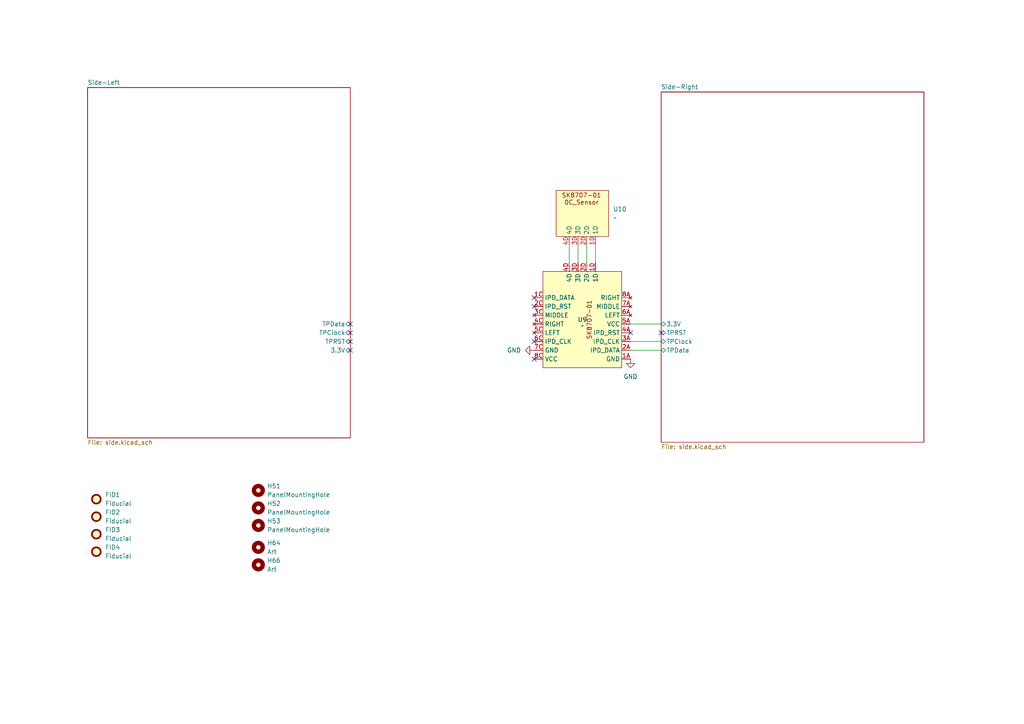
<source format=kicad_sch>
(kicad_sch (version 20250114) (generator "eeschema") (generator_version "9.0")
  (paper "A4")
  (title_block (title "Pipar Point") (date "2025-08-29") (rev "V3") (company "Pipar Keyboards") (comment 1 "Start 2025-08-29"))
  (lib_symbols
    (symbol "Keyboard:SK8707-01"
      (property "Reference" "U" (at 0 0 0))
      (symbol "SK8707-01_1_1"
        (rectangle (start -13.97 11.43) (end 13.97 -11.43) (fill (type color) (color 255 255 194 1)))
        (text "SK8707-01" (at 0 2.032 0) (effects (font (size 1.27 1.27))))
        (pin bidirectional line (at -16.51 3.81 0) (length 2.54) (name "1D") (number "1D"))
        (pin bidirectional line (at -16.51 1.27 0) (length 2.54) (name "2D") (number "2D"))
        (pin bidirectional line (at -16.51 -1.27 0) (length 2.54) (name "3D") (number "3D"))
        (pin bidirectional line (at -16.51 -3.81 0) (length 2.54) (name "4D") (number "4D"))
        (pin no_connect line (at -6.35 13.97 270) (length 2.54) (name "RIGHT") (number "8A"))
        (pin bidirectional line (at -6.35 -13.97 90) (length 2.54) (name "IPD_DATA") (number "1C"))
        (pin no_connect line (at -3.81 13.97 270) (length 2.54) (name "MIDDLE") (number "7A"))
        (pin input line (at -3.81 -13.97 90) (length 2.54) (name "IPD_RST") (number "2C"))
        (pin no_connect line (at -1.27 13.97 270) (length 2.54) (name "LEFT") (number "6A"))
        (pin no_connect line (at -1.27 -13.97 90) (length 2.54) (name "MIDDLE") (number "3C"))
        (pin power_in line (at 1.27 13.97 270) (length 2.54) (name "VCC") (number "5A"))
        (pin no_connect line (at 1.27 -13.97 90) (length 2.54) (name "RIGHT") (number "4C"))
        (pin input line (at 3.81 13.97 270) (length 2.54) (name "IPD_RST") (number "4A"))
        (pin no_connect line (at 3.81 -13.97 90) (length 2.54) (name "LEFT") (number "5C"))
        (pin bidirectional line (at 6.35 13.97 270) (length 2.54) (name "IPD_CLK") (number "3A"))
        (pin bidirectional line (at 6.35 -13.97 90) (length 2.54) (name "IPD_CLK") (number "6C"))
        (pin bidirectional line (at 8.89 13.97 270) (length 2.54) (name "IPD_DATA") (number "2A"))
        (pin power_in line (at 8.89 -13.97 90) (length 2.54) (name "GND") (number "7C"))
        (pin power_in line (at 11.43 13.97 270) (length 2.54) (name "GND") (number "1A"))
        (pin power_in line (at 11.43 -13.97 90) (length 2.54) (name "VCC") (number "8C"))
        (pin no_connect line (at 16.51 0 180) (length 2.54) (hide yes) (name "") (number "1"))
      )
    )
    (symbol "Keyboard:SK8707-01-0C_Sensor"
      (property "Reference" "U" (at 0 0 0))
      (symbol "SK8707-01-0C_Sensor_1_1"
        (rectangle (start -7.62 6.985) (end 7.62 -6.35) (fill (type color) (color 255 255 194 1)))
        (text "SK8707-01\n0C_Sensor" (at -0.254 4.572 0) (effects (font (size 1.27 1.27))))
        (pin bidirectional line (at -3.81 -8.89 90) (length 2.54) (name "4D") (number "4D"))
        (pin bidirectional line (at -1.27 -8.89 90) (length 2.54) (name "3D") (number "3D"))
        (pin bidirectional line (at 1.27 -8.89 90) (length 2.54) (name "2D") (number "2D"))
        (pin bidirectional line (at 3.81 -8.89 90) (length 2.54) (name "1D") (number "1D"))
      )
    )
    (symbol "Mechanical:Fiducial" (in_bom no)
      (property "Reference" "FID" (at 0 5.08 0))
      (property "Value" "Fiducial" (at 0 3.175 0))
      (symbol "Fiducial_0_1"
        (circle (center 0 0) (radius 1.27) (stroke (width 0.508)) (fill (type background)))
      )
    )
    (symbol "Mechanical:MountingHole" (pin_names (offset 1.016)) (in_bom no)
      (property "Reference" "H" (at 0 5.08 0))
      (property "Value" "MountingHole" (at 0 3.175 0))
      (symbol "MountingHole_0_1"
        (circle (center 0 0) (radius 1.27) (stroke (width 1.27)))
      )
    )
    (symbol "power:GND" (power) (pin_numbers (hide yes)) (pin_names (offset 0) (hide yes))
      (property "Value" "GND" (at 0 -3.81 0))
      (symbol "GND_0_1"
        (polyline (pts (xy 0 0) (xy 0 -1.27) (xy 1.27 -1.27) (xy 0 -2.54) (xy -1.27 -1.27) (xy 0 -1.27)))
      )
      (symbol "GND_1_1"
        (pin power_in line (at 0 0 270) (length 0) (name "~") (number "1"))
      )
    )
  )
  (no_connect (at 154.94 86.36))
  (no_connect (at 101.6 101.6))
  (no_connect (at 182.88 96.52))
  (no_connect (at 191.77 96.52))
  (no_connect (at 101.6 96.52))
  (no_connect (at 154.94 104.14))
  (no_connect (at 101.6 93.98))
  (no_connect (at 101.6 99.06))
  (no_connect (at 154.94 99.06))
  (no_connect (at 154.94 88.9))
  (wire (pts (xy 172.72 71.12) (xy 172.72 76.2)))
  (wire (pts (xy 170.18 71.12) (xy 170.18 76.2)))
  (wire (pts (xy 182.88 101.6) (xy 191.77 101.6)))
  (wire (pts (xy 167.64 71.12) (xy 167.64 76.2)))
  (wire (pts (xy 165.1 71.12) (xy 165.1 76.2)))
  (wire (pts (xy 182.88 93.98) (xy 191.77 93.98)))
  (wire (pts (xy 182.88 99.06) (xy 191.77 99.06)))
  (symbol (lib_id "power:GND") (at 182.88 104.14 0) (unit 1)
    (property "Reference" "#PWR047" (effects (hide yes)))
    (property "Value" "GND" (at 182.88 109.22 0))
    (property "Description" "Power symbol creates a global label with name \"GND\" , ground" (effects (hide yes)))
  )
  (symbol (lib_id "Keyboard:SK8707-01") (at 168.91 92.71 270) (unit 1) (in_bom no)
    (property "Reference" "U9" (at 168.91 92.71 90))
    (property "Value" "~" (at 168.91 94.488 90))
    (property "Footprint" "Trackpoint:SK8707-01" (effects (hide yes)))
  )
  (symbol (lib_id "Mechanical:MountingHole") (at 74.93 163.83 0) (unit 1) (in_bom no)
    (property "Reference" "H66" (at 77.47 162.5599 0) (effects (justify left)))
    (property "Value" "Art" (at 77.47 165.0999 0) (effects (justify left)))
    (property "Footprint" "Art:Salt" (effects (hide yes)))
    (property "Description" "Mounting Hole without connection" (effects (hide yes)))
  )
  (symbol (lib_id "Keyboard:SK8707-01-0C_Sensor") (at 168.91 62.23 0) (unit 1) (in_bom no)
    (property "Reference" "U10" (at 177.8 60.6424 0) (effects (justify left)))
    (property "Value" "~" (at 177.8 63.1824 0) (effects (justify left)))
    (property "Footprint" "Trackpoint:SK8707-01-0C Sensor" (effects (hide yes)))
  )
  (symbol (lib_id "Mechanical:MountingHole") (at 74.93 142.24 0) (unit 1) (in_bom no)
    (property "Reference" "H51" (at 77.47 140.9699 0) (effects (justify left)))
    (property "Value" "PanelMountingHole" (at 77.47 143.5099 0) (effects (justify left)))
    (property "Footprint" "MountingHole:MountingHole_3mm" (effects (hide yes)))
    (property "Description" "Mounting Hole without connection" (effects (hide yes)))
  )
  (symbol (lib_id "Mechanical:Fiducial") (at 27.94 154.94 0) (unit 1) (in_bom no)
    (property "Reference" "FID3" (at 30.48 153.6699 0) (effects (justify left)))
    (property "Value" "Fiducial" (at 30.48 156.2099 0) (effects (justify left)))
    (property "Footprint" "Fiducial:Fiducial_0.5mm_Mask1mm" (effects (hide yes)))
    (property "Description" "Fiducial Marker" (effects (hide yes)))
  )
  (symbol (lib_id "Mechanical:MountingHole") (at 74.93 152.4 0) (unit 1) (in_bom no)
    (property "Reference" "H53" (at 77.47 151.1299 0) (effects (justify left)))
    (property "Value" "PanelMountingHole" (at 77.47 153.6699 0) (effects (justify left)))
    (property "Footprint" "MountingHole:MountingHole_3mm" (effects (hide yes)))
    (property "Description" "Mounting Hole without connection" (effects (hide yes)))
  )
  (symbol (lib_id "Mechanical:Fiducial") (at 27.94 144.78 0) (unit 1) (in_bom no)
    (property "Reference" "FID1" (at 30.48 143.5099 0) (effects (justify left)))
    (property "Value" "Fiducial" (at 30.48 146.0499 0) (effects (justify left)))
    (property "Footprint" "Fiducial:Fiducial_0.5mm_Mask1mm" (effects (hide yes)))
    (property "Description" "Fiducial Marker" (effects (hide yes)))
  )
  (symbol (lib_id "Mechanical:MountingHole") (at 74.93 147.32 0) (unit 1) (in_bom no)
    (property "Reference" "H52" (at 77.47 146.0499 0) (effects (justify left)))
    (property "Value" "PanelMountingHole" (at 77.47 148.5899 0) (effects (justify left)))
    (property "Footprint" "MountingHole:MountingHole_3mm" (effects (hide yes)))
    (property "Description" "Mounting Hole without connection" (effects (hide yes)))
  )
  (symbol (lib_id "Mechanical:MountingHole") (at 74.93 158.75 0) (unit 1) (in_bom no)
    (property "Reference" "H64" (at 77.47 157.4799 0) (effects (justify left)))
    (property "Value" "Art" (at 77.47 160.0199 0) (effects (justify left)))
    (property "Footprint" "Art:Salt" (effects (hide yes)))
    (property "Description" "Mounting Hole without connection" (effects (hide yes)))
  )
  (symbol (lib_id "Mechanical:Fiducial") (at 27.94 149.86 0) (unit 1) (in_bom no)
    (property "Reference" "FID2" (at 30.48 148.5899 0) (effects (justify left)))
    (property "Value" "Fiducial" (at 30.48 151.1299 0) (effects (justify left)))
    (property "Footprint" "Fiducial:Fiducial_0.5mm_Mask1mm" (effects (hide yes)))
    (property "Description" "Fiducial Marker" (effects (hide yes)))
  )
  (symbol (lib_id "Mechanical:Fiducial") (at 27.94 160.02 0) (unit 1) (in_bom no)
    (property "Reference" "FID4" (at 30.48 158.7499 0) (effects (justify left)))
    (property "Value" "Fiducial" (at 30.48 161.2899 0) (effects (justify left)))
    (property "Footprint" "Fiducial:Fiducial_0.5mm_Mask1mm" (effects (hide yes)))
    (property "Description" "Fiducial Marker" (effects (hide yes)))
  )
  (symbol (lib_id "power:GND") (at 154.94 101.6 270) (unit 1)
    (property "Reference" "#PWR048" (effects (hide yes)))
    (property "Value" "GND" (at 151.13 101.5999 90) (effects (justify right)))
    (property "Description" "Power symbol creates a global label with name \"GND\" , ground" (effects (hide yes)))
  )
  (sheet (at 25.4 25.4) (size 76.2 101.6) (stroke (width 0.1524))
    (property "Sheetname" "Side-Left" (at 25.4 24.6884 0) (effects (justify left bottom)))
    (property "Sheetfile" "side.kicad_sch" (at 25.4 127.5846 0) (effects (justify left top)))
    (pin "TPData" bidirectional (at 101.6 93.98 0))
    (pin "TPClock" bidirectional (at 101.6 96.52 0))
    (pin "TPRST" bidirectional (at 101.6 99.06 0))
    (pin "3.3V" bidirectional (at 101.6 101.6 0))
  )
  (sheet (at 191.77 26.67) (size 76.2 101.6) (stroke (width 0.1524))
    (property "Sheetname" "Side-Right" (at 191.77 25.9584 0) (effects (justify left bottom)))
    (property "Sheetfile" "side.kicad_sch" (at 191.77 128.8546 0) (effects (justify left top)))
    (pin "TPData" bidirectional (at 191.77 101.6 180))
    (pin "TPClock" bidirectional (at 191.77 99.06 180))
    (pin "TPRST" bidirectional (at 191.77 96.52 180))
    (pin "3.3V" bidirectional (at 191.77 93.98 180))
  )
)
</source>
